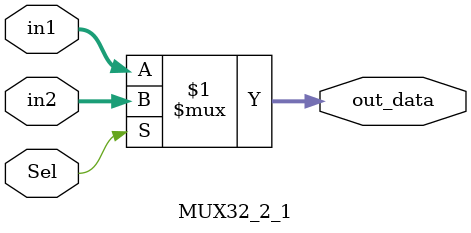
<source format=v>
`timescale 1ns / 1ps
module MUX32_2_1(
    input [31:0] in1 , in2 ,
	 input Sel ,
	 output [31:0] out_data
    );
    assign out_data = Sel ?in2 :in1;
endmodule

</source>
